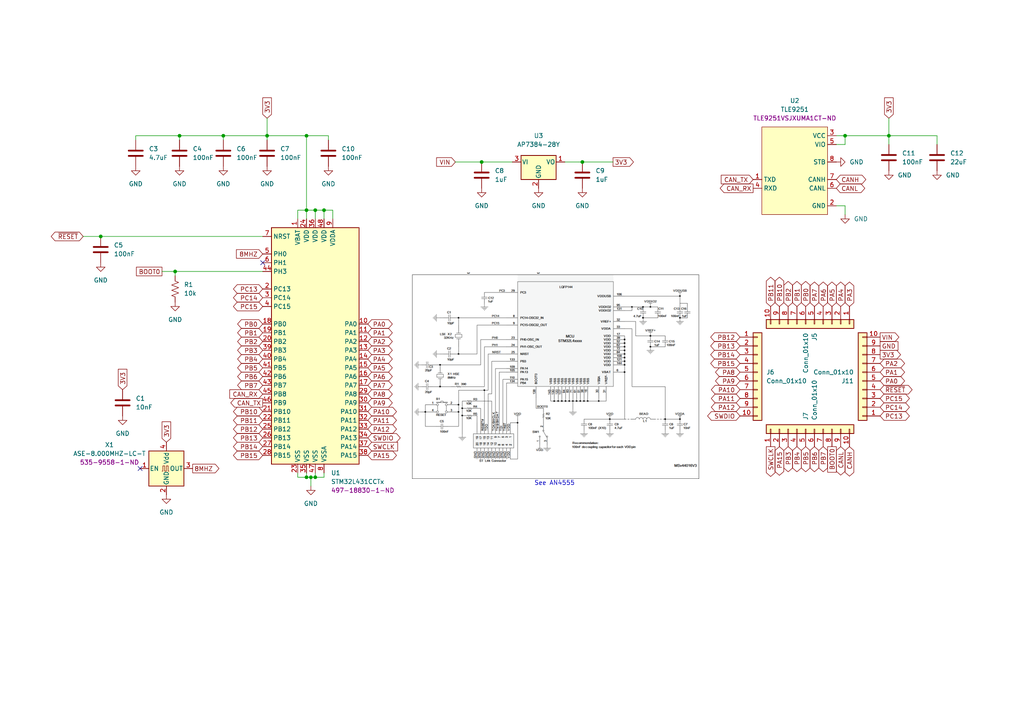
<source format=kicad_sch>
(kicad_sch (version 20211123) (generator eeschema)
  (paper "A4")
  (lib_symbols
    (symbol "Connector_Generic:Conn_01x10" (pin_names (offset 1.016) hide)
      (property "Reference" "J" (at 0 12.7 0))
      (property "Value" "Conn_01x10" (at 0 -15.24 0))
      (symbol "Conn_01x10_1_1"
        (rectangle (start -1.27 -12.573) (end 0 -12.827) (stroke (width 0.1524)))
        (rectangle (start -1.27 -10.033) (end 0 -10.287) (stroke (width 0.1524)))
        (rectangle (start -1.27 -7.493) (end 0 -7.747) (stroke (width 0.1524)))
        (rectangle (start -1.27 -4.953) (end 0 -5.207) (stroke (width 0.1524)))
        (rectangle (start -1.27 -2.413) (end 0 -2.667) (stroke (width 0.1524)))
        (rectangle (start -1.27 0.127) (end 0 -0.127) (stroke (width 0.1524)))
        (rectangle (start -1.27 2.667) (end 0 2.413) (stroke (width 0.1524)))
        (rectangle (start -1.27 5.207) (end 0 4.953) (stroke (width 0.1524)))
        (rectangle (start -1.27 7.747) (end 0 7.493) (stroke (width 0.1524)))
        (rectangle (start -1.27 10.287) (end 0 10.033) (stroke (width 0.1524)))
        (rectangle (start -1.27 11.43) (end 1.27 -13.97) (stroke (width 0.254)) (fill (type background)))
        (pin passive line (at -5.08 10.16 0) (length 3.81) (name "Pin_1") (number "1"))
        (pin passive line (at -5.08 -12.7 0) (length 3.81) (name "Pin_10") (number "10"))
        (pin passive line (at -5.08 7.62 0) (length 3.81) (name "Pin_2") (number "2"))
        (pin passive line (at -5.08 5.08 0) (length 3.81) (name "Pin_3") (number "3"))
        (pin passive line (at -5.08 2.54 0) (length 3.81) (name "Pin_4") (number "4"))
        (pin passive line (at -5.08 0 0) (length 3.81) (name "Pin_5") (number "5"))
        (pin passive line (at -5.08 -2.54 0) (length 3.81) (name "Pin_6") (number "6"))
        (pin passive line (at -5.08 -5.08 0) (length 3.81) (name "Pin_7") (number "7"))
        (pin passive line (at -5.08 -7.62 0) (length 3.81) (name "Pin_8") (number "8"))
        (pin passive line (at -5.08 -10.16 0) (length 3.81) (name "Pin_9") (number "9"))
      )
    )
    (symbol "Device:C" (pin_numbers hide) (pin_names (offset 0.254))
      (property "Reference" "C" (at 0.635 2.54 0))
      (property "Value" "C" (at 0.635 -2.54 0))
      (symbol "C_0_1"
        (polyline (pts (xy -2.032 -0.762) (xy 2.032 -0.762)) (stroke (width 0.508)))
        (polyline (pts (xy -2.032 0.762) (xy 2.032 0.762)) (stroke (width 0.508)))
      )
      (symbol "C_1_1"
        (pin passive line (at 0 3.81 270) (length 2.794) (name "~") (number "1"))
        (pin passive line (at 0 -3.81 90) (length 2.794) (name "~") (number "2"))
      )
    )
    (symbol "Device:R_US" (pin_numbers hide) (pin_names (offset 0))
      (property "Reference" "R" (at 2.54 0 90))
      (property "Value" "R_US" (at -2.54 0 90))
      (symbol "R_US_0_1"
        (polyline (pts (xy 0 -2.286) (xy 0 -2.54)))
        (polyline (pts (xy 0 2.286) (xy 0 2.54)))
        (polyline (pts (xy 0 -0.762) (xy 1.016 -1.143) (xy 0 -1.524) (xy -1.016 -1.905) (xy 0 -2.286)))
        (polyline (pts (xy 0 0.762) (xy 1.016 0.381) (xy 0 0) (xy -1.016 -0.381) (xy 0 -0.762)))
        (polyline (pts (xy 0 2.286) (xy 1.016 1.905) (xy 0 1.524) (xy -1.016 1.143) (xy 0 0.762)))
      )
      (symbol "R_US_1_1"
        (pin passive line (at 0 3.81 270) (length 1.27) (name "~") (number "1"))
        (pin passive line (at 0 -3.81 90) (length 1.27) (name "~") (number "2"))
      )
    )
    (symbol "MCU_ST_STM32L4:STM32L431CCTx"
      (property "Reference" "U" (at -12.7 34.29 0))
      (property "Value" "STM32L431CCTx" (at 7.62 34.29 0))
      (symbol "STM32L431CCTx_0_1"
        (rectangle (start -12.7 -35.56) (end 12.7 33.02) (stroke (width 0.254)) (fill (type background)))
      )
      (symbol "STM32L431CCTx_1_1"
        (pin power_in line (at -5.08 35.56 270) (length 2.54) (name "VBAT") (number "1"))
        (pin bidirectional line (at 15.24 5.08 180) (length 2.54) (name "PA0") (number "10"))
        (pin bidirectional line (at 15.24 2.54 180) (length 2.54) (name "PA1") (number "11"))
        (pin bidirectional line (at 15.24 0 180) (length 2.54) (name "PA2") (number "12"))
        (pin bidirectional line (at 15.24 -2.54 180) (length 2.54) (name "PA3") (number "13"))
        (pin bidirectional line (at 15.24 -5.08 180) (length 2.54) (name "PA4") (number "14"))
        (pin bidirectional line (at 15.24 -7.62 180) (length 2.54) (name "PA5") (number "15"))
        (pin bidirectional line (at 15.24 -10.16 180) (length 2.54) (name "PA6") (number "16"))
        (pin bidirectional line (at 15.24 -12.7 180) (length 2.54) (name "PA7") (number "17"))
        (pin bidirectional line (at -15.24 5.08 0) (length 2.54) (name "PB0") (number "18"))
        (pin bidirectional line (at -15.24 2.54 0) (length 2.54) (name "PB1") (number "19"))
        (pin bidirectional line (at -15.24 15.24 0) (length 2.54) (name "PC13") (number "2"))
        (pin bidirectional line (at -15.24 0 0) (length 2.54) (name "PB2") (number "20"))
        (pin bidirectional line (at -15.24 -20.32 0) (length 2.54) (name "PB10") (number "21"))
        (pin bidirectional line (at -15.24 -22.86 0) (length 2.54) (name "PB11") (number "22"))
        (pin power_in line (at -5.08 -38.1 90) (length 2.54) (name "VSS") (number "23"))
        (pin power_in line (at -2.54 35.56 270) (length 2.54) (name "VDD") (number "24"))
        (pin bidirectional line (at -15.24 -25.4 0) (length 2.54) (name "PB12") (number "25"))
        (pin bidirectional line (at -15.24 -27.94 0) (length 2.54) (name "PB13") (number "26"))
        (pin bidirectional line (at -15.24 -30.48 0) (length 2.54) (name "PB14") (number "27"))
        (pin bidirectional line (at -15.24 -33.02 0) (length 2.54) (name "PB15") (number "28"))
        (pin bidirectional line (at 15.24 -15.24 180) (length 2.54) (name "PA8") (number "29"))
        (pin bidirectional line (at -15.24 12.7 0) (length 2.54) (name "PC14") (number "3"))
        (pin bidirectional line (at 15.24 -17.78 180) (length 2.54) (name "PA9") (number "30"))
        (pin bidirectional line (at 15.24 -20.32 180) (length 2.54) (name "PA10") (number "31"))
        (pin bidirectional line (at 15.24 -22.86 180) (length 2.54) (name "PA11") (number "32"))
        (pin bidirectional line (at 15.24 -25.4 180) (length 2.54) (name "PA12") (number "33"))
        (pin bidirectional line (at 15.24 -27.94 180) (length 2.54) (name "PA13") (number "34"))
        (pin power_in line (at -2.54 -38.1 90) (length 2.54) (name "VSS") (number "35"))
        (pin power_in line (at 0 35.56 270) (length 2.54) (name "VDD") (number "36"))
        (pin bidirectional line (at 15.24 -30.48 180) (length 2.54) (name "PA14") (number "37"))
        (pin bidirectional line (at 15.24 -33.02 180) (length 2.54) (name "PA15") (number "38"))
        (pin bidirectional line (at -15.24 -2.54 0) (length 2.54) (name "PB3") (number "39"))
        (pin bidirectional line (at -15.24 10.16 0) (length 2.54) (name "PC15") (number "4"))
        (pin bidirectional line (at -15.24 -5.08 0) (length 2.54) (name "PB4") (number "40"))
        (pin bidirectional line (at -15.24 -7.62 0) (length 2.54) (name "PB5") (number "41"))
        (pin bidirectional line (at -15.24 -10.16 0) (length 2.54) (name "PB6") (number "42"))
        (pin bidirectional line (at -15.24 -12.7 0) (length 2.54) (name "PB7") (number "43"))
        (pin bidirectional line (at -15.24 20.32 0) (length 2.54) (name "PH3") (number "44"))
        (pin bidirectional line (at -15.24 -15.24 0) (length 2.54) (name "PB8") (number "45"))
        (pin bidirectional line (at -15.24 -17.78 0) (length 2.54) (name "PB9") (number "46"))
        (pin power_in line (at 0 -38.1 90) (length 2.54) (name "VSS") (number "47"))
        (pin power_in line (at 2.54 35.56 270) (length 2.54) (name "VDD") (number "48"))
        (pin input line (at -15.24 25.4 0) (length 2.54) (name "PH0") (number "5"))
        (pin input line (at -15.24 22.86 0) (length 2.54) (name "PH1") (number "6"))
        (pin input line (at -15.24 30.48 0) (length 2.54) (name "NRST") (number "7"))
        (pin power_in line (at 2.54 -38.1 90) (length 2.54) (name "VSSA") (number "8"))
        (pin power_in line (at 5.08 35.56 270) (length 2.54) (name "VDDA") (number "9"))
      )
    )
    (symbol "Oscillator:ASE-xxxMHz" (pin_names (offset 0.254))
      (property "Reference" "X" (at -5.08 6.35 0))
      (property "Value" "ASE-xxxMHz" (at 1.27 -6.35 0))
      (symbol "ASE-xxxMHz_0_1"
        (rectangle (start -5.08 5.08) (end 5.08 -5.08) (stroke (width 0.254)) (fill (type background)))
        (polyline (pts (xy -1.27 -0.762) (xy -1.016 -0.762) (xy -1.016 0.762) (xy -0.508 0.762) (xy -0.508 -0.762) (xy 0 -0.762) (xy 0 0.762) (xy 0.508 0.762) (xy 0.508 -0.762) (xy 0.762 -0.762)))
      )
      (symbol "ASE-xxxMHz_1_1"
        (pin input line (at -7.62 0 0) (length 2.54) (name "EN") (number "1"))
        (pin power_in line (at 0 -7.62 90) (length 2.54) (name "GND") (number "2"))
        (pin output line (at 7.62 0 180) (length 2.54) (name "OUT") (number "3"))
        (pin power_in line (at 0 7.62 270) (length 2.54) (name "Vdd") (number "4"))
      )
    )
    (symbol "Regulator_Linear:AP7384-28Y" (pin_names (offset 0.254))
      (property "Reference" "U" (at -3.81 3.175 0))
      (property "Value" "AP7384-28Y" (at 0 3.175 0))
      (symbol "AP7384-28Y_0_1"
        (rectangle (start -5.08 1.905) (end 5.08 -5.08) (stroke (width 0.254)) (fill (type background)))
      )
      (symbol "AP7384-28Y_1_1"
        (pin power_out line (at 7.62 0 180) (length 2.54) (name "VO") (number "1"))
        (pin power_in line (at 0 -7.62 90) (length 2.54) (name "GND") (number "2"))
        (pin power_in line (at -7.62 0 0) (length 2.54) (name "VI") (number "3"))
      )
    )
    (symbol "local:TLE9251"
      (property "Reference" "U" (at 0 13.97 0))
      (property "Value" "TLE9251" (at 0 -13.97 0))
      (symbol "TLE9251_0_1"
        (rectangle (start 8.89 12.7) (end -10.16 -12.7) (fill (type background)))
      )
      (symbol "TLE9251_1_1"
        (pin input line (at -12.7 -2.54 0) (length 2.54) (name "TXD") (number "1"))
        (pin passive line (at 11.43 -10.16 180) (length 2.54) (name "GND") (number "2"))
        (pin power_in line (at 11.43 10.16 180) (length 2.54) (name "VCC") (number "3"))
        (pin output line (at -12.7 -5.08 0) (length 2.54) (name "RXD") (number "4"))
        (pin power_in line (at 11.43 7.62 180) (length 2.54) (name "VIO") (number "5"))
        (pin bidirectional line (at 11.43 -5.08 180) (length 2.54) (name "CANL") (number "6"))
        (pin bidirectional line (at 11.43 -2.54 180) (length 2.54) (name "CANH") (number "7"))
        (pin input line (at 11.43 2.54 180) (length 2.54) (name "STB") (number "8"))
      )
    )
    (symbol "power:GND" (power) (pin_names (offset 0))
      (property "Value" "GND" (at 0 -3.81 0))
      (symbol "GND_0_1"
        (polyline (pts (xy 0 0) (xy 0 -1.27) (xy 1.27 -1.27) (xy 0 -2.54) (xy -1.27 -1.27) (xy 0 -1.27)))
      )
      (symbol "GND_1_1"
        (pin power_in line (at 0 0 270) (length 0) hide (name "GND") (number "1"))
      )
    )
  )
  (junction (at 257.81 39.37))
  (junction (at 88.9 138.43))
  (junction (at 93.98 60.96))
  (junction (at 88.9 60.96))
  (junction (at 90.17 138.43))
  (junction (at 50.8 78.74))
  (junction (at 64.77 39.37))
  (junction (at 91.44 60.96))
  (junction (at 245.11 39.37))
  (junction (at 139.7 46.99))
  (junction (at 52.07 39.37))
  (junction (at 168.91 46.99))
  (junction (at 77.47 39.37))
  (junction (at 29.21 68.58))
  (junction (at 88.9 39.37))
  (junction (at 91.44 138.43))
  (no_connect (at 40.64 135.89))
  (no_connect (at 76.2 76.2))
  (wire (pts (xy 271.78 41.91) (xy 271.78 39.37)))
  (wire (pts (xy 257.81 34.29) (xy 257.81 39.37)))
  (wire (pts (xy 132.08 46.99) (xy 139.7 46.99)))
  (wire (pts (xy 46.99 78.74) (xy 50.8 78.74)))
  (wire (pts (xy 93.98 63.5) (xy 93.98 60.96)))
  (wire (pts (xy 64.77 39.37) (xy 64.77 40.64)))
  (wire (pts (xy 88.9 137.16) (xy 88.9 138.43)))
  (wire (pts (xy 163.83 46.99) (xy 168.91 46.99)))
  (wire (pts (xy 91.44 60.96) (xy 91.44 63.5)))
  (wire (pts (xy 139.7 46.99) (xy 148.59 46.99)))
  (wire (pts (xy 90.17 138.43) (xy 90.17 140.97)))
  (wire (pts (xy 245.11 39.37) (xy 257.81 39.37)))
  (wire (pts (xy 242.57 41.91) (xy 245.11 41.91)))
  (wire (pts (xy 90.17 138.43) (xy 88.9 138.43)))
  (wire (pts (xy 91.44 60.96) (xy 88.9 60.96)))
  (wire (pts (xy 95.25 40.64) (xy 95.25 39.37)))
  (wire (pts (xy 77.47 39.37) (xy 88.9 39.37)))
  (wire (pts (xy 245.11 41.91) (xy 245.11 39.37)))
  (wire (pts (xy 88.9 39.37) (xy 88.9 60.96)))
  (wire (pts (xy 77.47 39.37) (xy 64.77 39.37)))
  (wire (pts (xy 52.07 39.37) (xy 52.07 40.64)))
  (wire (pts (xy 168.91 46.99) (xy 177.8 46.99)))
  (wire (pts (xy 29.21 68.58) (xy 76.2 68.58)))
  (wire (pts (xy 245.11 59.69) (xy 245.11 62.23)))
  (wire (pts (xy 271.78 39.37) (xy 257.81 39.37)))
  (wire (pts (xy 77.47 34.29) (xy 77.47 39.37)))
  (wire (pts (xy 91.44 137.16) (xy 91.44 138.43)))
  (wire (pts (xy 39.37 39.37) (xy 39.37 40.64)))
  (wire (pts (xy 86.36 60.96) (xy 86.36 63.5)))
  (wire (pts (xy 50.8 78.74) (xy 76.2 78.74)))
  (wire (pts (xy 88.9 60.96) (xy 88.9 63.5)))
  (wire (pts (xy 52.07 39.37) (xy 39.37 39.37)))
  (wire (pts (xy 93.98 137.16) (xy 93.98 138.43)))
  (wire (pts (xy 24.13 68.58) (xy 29.21 68.58)))
  (wire (pts (xy 96.52 60.96) (xy 93.98 60.96)))
  (wire (pts (xy 50.8 78.74) (xy 50.8 80.01)))
  (wire (pts (xy 93.98 138.43) (xy 91.44 138.43)))
  (wire (pts (xy 86.36 138.43) (xy 86.36 137.16)))
  (wire (pts (xy 88.9 138.43) (xy 86.36 138.43)))
  (wire (pts (xy 242.57 59.69) (xy 245.11 59.69)))
  (wire (pts (xy 245.11 39.37) (xy 242.57 39.37)))
  (wire (pts (xy 88.9 60.96) (xy 86.36 60.96)))
  (wire (pts (xy 64.77 39.37) (xy 52.07 39.37)))
  (wire (pts (xy 93.98 60.96) (xy 91.44 60.96)))
  (wire (pts (xy 257.81 41.91) (xy 257.81 39.37)))
  (wire (pts (xy 77.47 39.37) (xy 77.47 40.64)))
  (wire (pts (xy 91.44 138.43) (xy 90.17 138.43)))
  (wire (pts (xy 88.9 39.37) (xy 95.25 39.37)))
  (wire (pts (xy 96.52 63.5) (xy 96.52 60.96)))
  (image (at 161.29 109.22))
  (text "See AN4555" (at 154.94 140.97 0) (effects (font (size 1.27 1.27)) (justify left bottom)))
  (global_label "PC13" (shape bidirectional) (at 76.2 83.82 180) (property "Intersheet References" "${INTERSHEET_REFS}" (effects hide)))
  (global_label "PA6" (shape bidirectional) (at 106.68 109.22 0) (property "Intersheet References" "${INTERSHEET_REFS}" (effects hide)))
  (global_label "PC13" (shape bidirectional) (at 255.27 120.65 0) (property "Intersheet References" "${INTERSHEET_REFS}" (effects hide)))
  (global_label "PA9" (shape bidirectional) (at 214.63 110.49 180) (property "Intersheet References" "${INTERSHEET_REFS}" (effects hide)))
  (global_label "PA9" (shape bidirectional) (at 106.68 116.84 0) (property "Intersheet References" "${INTERSHEET_REFS}" (effects hide)))
  (global_label "PB6" (shape bidirectional) (at 236.22 129.54 270) (property "Intersheet References" "${INTERSHEET_REFS}" (effects hide)))
  (global_label "PC15" (shape bidirectional) (at 76.2 88.9 180) (property "Intersheet References" "${INTERSHEET_REFS}" (effects hide)))
  (global_label "PA5" (shape bidirectional) (at 106.68 106.68 0) (property "Intersheet References" "${INTERSHEET_REFS}" (effects hide)))
  (global_label "PA2" (shape bidirectional) (at 255.27 105.41 0) (property "Intersheet References" "${INTERSHEET_REFS}" (effects hide)))
  (global_label "PC15" (shape bidirectional) (at 255.27 115.57 0) (property "Intersheet References" "${INTERSHEET_REFS}" (effects hide)))
  (global_label "PA4" (shape bidirectional) (at 243.84 88.9 90) (property "Intersheet References" "${INTERSHEET_REFS}" (effects hide)))
  (global_label "PB2" (shape bidirectional) (at 228.6 88.9 90) (property "Intersheet References" "${INTERSHEET_REFS}" (effects hide)))
  (global_label "PA10" (shape bidirectional) (at 106.68 119.38 0) (property "Intersheet References" "${INTERSHEET_REFS}" (effects hide)))
  (global_label "3V3" (shape output) (at 177.8 46.99 0) (property "Intersheet References" "${INTERSHEET_REFS}" (effects hide)))
  (global_label "PA2" (shape bidirectional) (at 106.68 99.06 0) (property "Intersheet References" "${INTERSHEET_REFS}" (effects hide)))
  (global_label "PA7" (shape bidirectional) (at 106.68 111.76 0) (property "Intersheet References" "${INTERSHEET_REFS}" (effects hide)))
  (global_label "SWCLK" (shape input) (at 106.68 129.54 0) (property "Intersheet References" "${INTERSHEET_REFS}" (effects hide)))
  (global_label "PB15" (shape bidirectional) (at 214.63 105.41 180) (property "Intersheet References" "${INTERSHEET_REFS}" (effects hide)))
  (global_label "SWDIO" (shape bidirectional) (at 214.63 120.65 180) (property "Intersheet References" "${INTERSHEET_REFS}" (effects hide)))
  (global_label "PA4" (shape bidirectional) (at 106.68 104.14 0) (property "Intersheet References" "${INTERSHEET_REFS}" (effects hide)))
  (global_label "PB4" (shape bidirectional) (at 231.14 129.54 270) (property "Intersheet References" "${INTERSHEET_REFS}" (effects hide)))
  (global_label "PB15" (shape bidirectional) (at 76.2 132.08 180) (property "Intersheet References" "${INTERSHEET_REFS}" (effects hide)))
  (global_label "BOOT0" (shape passive) (at 241.3 129.54 270) (property "Intersheet References" "${INTERSHEET_REFS}" (effects hide)))
  (global_label "3V3" (shape input) (at 257.81 34.29 90) (property "Intersheet References" "${INTERSHEET_REFS}" (effects hide)))
  (global_label "PB1" (shape bidirectional) (at 231.14 88.9 90) (property "Intersheet References" "${INTERSHEET_REFS}" (effects hide)))
  (global_label "PB14" (shape bidirectional) (at 76.2 129.54 180) (property "Intersheet References" "${INTERSHEET_REFS}" (effects hide)))
  (global_label "PA3" (shape bidirectional) (at 246.38 88.9 90) (property "Intersheet References" "${INTERSHEET_REFS}" (effects hide)))
  (global_label "PB5" (shape bidirectional) (at 233.68 129.54 270) (property "Intersheet References" "${INTERSHEET_REFS}" (effects hide)))
  (global_label "PB13" (shape bidirectional) (at 214.63 100.33 180) (property "Intersheet References" "${INTERSHEET_REFS}" (effects hide)))
  (global_label "VIN" (shape input) (at 132.08 46.99 180) (property "Intersheet References" "${INTERSHEET_REFS}" (effects hide)))
  (global_label "PA12" (shape bidirectional) (at 106.68 124.46 0) (property "Intersheet References" "${INTERSHEET_REFS}" (effects hide)))
  (global_label "PB12" (shape bidirectional) (at 214.63 97.79 180) (property "Intersheet References" "${INTERSHEET_REFS}" (effects hide)))
  (global_label "PB7" (shape bidirectional) (at 76.2 111.76 180) (property "Intersheet References" "${INTERSHEET_REFS}" (effects hide)))
  (global_label "3V3" (shape output) (at 255.27 102.87 0) (property "Intersheet References" "${INTERSHEET_REFS}" (effects hide)))
  (global_label "CANH" (shape tri_state) (at 246.38 129.54 270) (property "Intersheet References" "${INTERSHEET_REFS}" (effects hide)))
  (global_label "PA11" (shape bidirectional) (at 214.63 115.57 180) (property "Intersheet References" "${INTERSHEET_REFS}" (effects hide)))
  (global_label "PA11" (shape bidirectional) (at 106.68 121.92 0) (property "Intersheet References" "${INTERSHEET_REFS}" (effects hide)))
  (global_label "PA0" (shape bidirectional) (at 255.27 110.49 0) (property "Intersheet References" "${INTERSHEET_REFS}" (effects hide)))
  (global_label "GND" (shape passive) (at 255.27 100.33 0) (property "Intersheet References" "${INTERSHEET_REFS}" (effects hide)))
  (global_label "PB6" (shape bidirectional) (at 76.2 109.22 180) (property "Intersheet References" "${INTERSHEET_REFS}" (effects hide)))
  (global_label "PA8" (shape bidirectional) (at 106.68 114.3 0) (property "Intersheet References" "${INTERSHEET_REFS}" (effects hide)))
  (global_label "~{RESET}" (shape tri_state) (at 24.13 68.58 180) (property "Intersheet References" "${INTERSHEET_REFS}" (effects hide)))
  (global_label "3V3" (shape input) (at 35.56 113.03 90) (property "Intersheet References" "${INTERSHEET_REFS}" (effects hide)))
  (global_label "3V3" (shape input) (at 77.47 34.29 90) (property "Intersheet References" "${INTERSHEET_REFS}" (effects hide)))
  (global_label "PB1" (shape bidirectional) (at 76.2 96.52 180) (property "Intersheet References" "${INTERSHEET_REFS}" (effects hide)))
  (global_label "PB0" (shape bidirectional) (at 76.2 93.98 180) (property "Intersheet References" "${INTERSHEET_REFS}" (effects hide)))
  (global_label "PC14" (shape bidirectional) (at 76.2 86.36 180) (property "Intersheet References" "${INTERSHEET_REFS}" (effects hide)))
  (global_label "PB11" (shape bidirectional) (at 76.2 121.92 180) (property "Intersheet References" "${INTERSHEET_REFS}" (effects hide)))
  (global_label "PC14" (shape bidirectional) (at 255.27 118.11 0) (property "Intersheet References" "${INTERSHEET_REFS}" (effects hide)))
  (global_label "CAN_RX" (shape input) (at 76.2 114.3 180) (property "Intersheet References" "${INTERSHEET_REFS}" (effects hide)))
  (global_label "PB14" (shape bidirectional) (at 214.63 102.87 180) (property "Intersheet References" "${INTERSHEET_REFS}" (effects hide)))
  (global_label "PB7" (shape bidirectional) (at 238.76 129.54 270) (property "Intersheet References" "${INTERSHEET_REFS}" (effects hide)))
  (global_label "SWCLK" (shape output) (at 223.52 129.54 270) (property "Intersheet References" "${INTERSHEET_REFS}" (effects hide)))
  (global_label "SWDIO" (shape bidirectional) (at 106.68 127 0) (property "Intersheet References" "${INTERSHEET_REFS}" (effects hide)))
  (global_label "8MHZ" (shape output) (at 55.88 135.89 0) (property "Intersheet References" "${INTERSHEET_REFS}" (effects hide)))
  (global_label "PB13" (shape bidirectional) (at 76.2 127 180) (property "Intersheet References" "${INTERSHEET_REFS}" (effects hide)))
  (global_label "CAN_TX" (shape output) (at 76.2 116.84 180) (property "Intersheet References" "${INTERSHEET_REFS}" (effects hide)))
  (global_label "PB3" (shape bidirectional) (at 228.6 129.54 270) (property "Intersheet References" "${INTERSHEET_REFS}" (effects hide)))
  (global_label "CANH" (shape tri_state) (at 242.57 52.07 0) (property "Intersheet References" "${INTERSHEET_REFS}" (effects hide)))
  (global_label "PB3" (shape bidirectional) (at 76.2 101.6 180) (property "Intersheet References" "${INTERSHEET_REFS}" (effects hide)))
  (global_label "PA1" (shape bidirectional) (at 255.27 107.95 0) (property "Intersheet References" "${INTERSHEET_REFS}" (effects hide)))
  (global_label "CAN_RX" (shape output) (at 218.44 54.61 180) (property "Intersheet References" "${INTERSHEET_REFS}" (effects hide)))
  (global_label "CANL" (shape tri_state) (at 242.57 54.61 0) (property "Intersheet References" "${INTERSHEET_REFS}" (effects hide)))
  (global_label "PB5" (shape bidirectional) (at 76.2 106.68 180) (property "Intersheet References" "${INTERSHEET_REFS}" (effects hide)))
  (global_label "3V3" (shape input) (at 48.26 128.27 90) (property "Intersheet References" "${INTERSHEET_REFS}" (effects hide)))
  (global_label "PB2" (shape bidirectional) (at 76.2 99.06 180) (property "Intersheet References" "${INTERSHEET_REFS}" (effects hide)))
  (global_label "PA0" (shape bidirectional) (at 106.68 93.98 0) (property "Intersheet References" "${INTERSHEET_REFS}" (effects hide)))
  (global_label "PA6" (shape bidirectional) (at 238.76 88.9 90) (property "Intersheet References" "${INTERSHEET_REFS}" (effects hide)))
  (global_label "PB4" (shape bidirectional) (at 76.2 104.14 180) (property "Intersheet References" "${INTERSHEET_REFS}" (effects hide)))
  (global_label "8MHZ" (shape input) (at 76.2 73.66 180) (property "Intersheet References" "${INTERSHEET_REFS}" (effects hide)))
  (global_label "PB10" (shape bidirectional) (at 226.06 88.9 90) (property "Intersheet References" "${INTERSHEET_REFS}" (effects hide)))
  (global_label "PA5" (shape bidirectional) (at 241.3 88.9 90) (property "Intersheet References" "${INTERSHEET_REFS}" (effects hide)))
  (global_label "PA3" (shape bidirectional) (at 106.68 101.6 0) (property "Intersheet References" "${INTERSHEET_REFS}" (effects hide)))
  (global_label "PB10" (shape bidirectional) (at 76.2 119.38 180) (property "Intersheet References" "${INTERSHEET_REFS}" (effects hide)))
  (global_label "PA8" (shape bidirectional) (at 214.63 107.95 180) (property "Intersheet References" "${INTERSHEET_REFS}" (effects hide)))
  (global_label "VIN" (shape output) (at 255.27 97.79 0) (property "Intersheet References" "${INTERSHEET_REFS}" (effects hide)))
  (global_label "PA15" (shape bidirectional) (at 106.68 132.08 0) (property "Intersheet References" "${INTERSHEET_REFS}" (effects hide)))
  (global_label "PA10" (shape bidirectional) (at 214.63 113.03 180) (property "Intersheet References" "${INTERSHEET_REFS}" (effects hide)))
  (global_label "PA7" (shape bidirectional) (at 236.22 88.9 90) (property "Intersheet References" "${INTERSHEET_REFS}" (effects hide)))
  (global_label "PB0" (shape bidirectional) (at 233.68 88.9 90) (property "Intersheet References" "${INTERSHEET_REFS}" (effects hide)))
  (global_label "~{RESET}" (shape tri_state) (at 255.27 113.03 0) (property "Intersheet References" "${INTERSHEET_REFS}" (effects hide)))
  (global_label "PB11" (shape bidirectional) (at 223.52 88.9 90) (property "Intersheet References" "${INTERSHEET_REFS}" (effects hide)))
  (global_label "BOOT0" (shape passive) (at 46.99 78.74 180) (property "Intersheet References" "${INTERSHEET_REFS}" (effects hide)))
  (global_label "CAN_TX" (shape input) (at 218.44 52.07 180) (property "Intersheet References" "${INTERSHEET_REFS}" (effects hide)))
  (global_label "PB12" (shape bidirectional) (at 76.2 124.46 180) (property "Intersheet References" "${INTERSHEET_REFS}" (effects hide)))
  (global_label "CANL" (shape tri_state) (at 243.84 129.54 270) (property "Intersheet References" "${INTERSHEET_REFS}" (effects hide)))
  (global_label "PA1" (shape bidirectional) (at 106.68 96.52 0) (property "Intersheet References" "${INTERSHEET_REFS}" (effects hide)))
  (global_label "PA12" (shape bidirectional) (at 214.63 118.11 180) (property "Intersheet References" "${INTERSHEET_REFS}" (effects hide)))
  (global_label "PA15" (shape bidirectional) (at 226.06 129.54 270) (property "Intersheet References" "${INTERSHEET_REFS}" (effects hide)))
  (symbol (lib_id "power:GND") (at 168.91 54.61 0) (unit 1)
    (property "Reference" "#PWR0101" (effects hide))
    (property "Value" "GND" (at 168.91 59.69 0))
  )
  (symbol (lib_id "Connector_Generic:Conn_01x10") (at 250.19 110.49 180) (unit 1)
    (property "Reference" "J11" (at 247.65 110.4901 0) (effects (justify left)))
    (property "Value" "Conn_01x10" (at 247.65 107.9501 0) (effects (justify left)))
    (property "Footprint" "Connector_PinHeader_2.54mm:PinHeader_1x10_P2.54mm_Vertical" (effects hide))
  )
  (symbol (lib_id "power:GND") (at 77.47 48.26 0) (unit 1)
    (property "Reference" "#PWR010" (effects hide))
    (property "Value" "GND" (at 77.47 53.34 0))
  )
  (symbol (lib_id "power:GND") (at 39.37 48.26 0) (unit 1)
    (property "Reference" "#PWR03" (effects hide))
    (property "Value" "GND" (at 39.37 53.34 0))
  )
  (symbol (lib_id "MCU_ST_STM32L4:STM32L431CCTx") (at 91.44 99.06 0) (unit 1)
    (property "Reference" "U1" (at 95.9994 137.16 0) (effects (justify left)))
    (property "Value" "STM32L431CCTx" (at 95.9994 139.7 0) (effects (justify left)))
    (property "Footprint" "Package_QFP:LQFP-48_7x7mm_P0.5mm" (effects hide))
    (property "Datasheet" "https://www.st.com/content/ccc/resource/technical/document/datasheet/group3/83/b3/60/f6/b1/cc/47/7e/DM00257211/files/DM00257211.pdf/jcr:content/translations/en.DM00257211.pdf" (effects hide))
    (property "DigiKey" "497-18830-1-ND" (at 95.9994 142.24 0) (effects (justify left)))
  )
  (symbol (lib_id "local:TLE9251") (at 231.14 49.53 0) (unit 1)
    (property "Reference" "U2" (at 230.505 29.21 0))
    (property "Value" "TLE9251" (at 230.505 31.75 0))
    (property "Footprint" "Package_SO:SOIC-8_3.9x4.9mm_P1.27mm" (effects hide))
    (property "Datasheet" "https://www.infineon.com/dgdl/Infineon-TLE9251V-DS-v01_00-EN.pdf?fileId=5546d4625debb399015e14b8c287597b" (effects hide))
    (property "DigiKey" "TLE9251VSJXUMA1CT-ND" (at 230.505 34.29 0))
  )
  (symbol (lib_id "power:GND") (at 95.25 48.26 0) (unit 1)
    (property "Reference" "#PWR015" (effects hide))
    (property "Value" "GND" (at 95.25 53.34 0))
  )
  (symbol (lib_id "Device:C") (at 139.7 50.8 0) (unit 1)
    (property "Reference" "C8" (at 143.51 49.5299 0) (effects (justify left)))
    (property "Value" "1uF" (at 143.51 52.0699 0) (effects (justify left)))
    (property "Footprint" "Capacitor_SMD:C_0805_2012Metric_Pad1.18x1.45mm_HandSolder" (effects hide))
  )
  (symbol (lib_id "Device:C") (at 35.56 116.84 0) (unit 1)
    (property "Reference" "C1" (at 39.37 115.5699 0) (effects (justify left)))
    (property "Value" "10nF" (at 39.37 118.1099 0) (effects (justify left)))
    (property "Footprint" "Capacitor_SMD:C_0603_1608Metric_Pad1.08x0.95mm_HandSolder" (effects hide))
  )
  (symbol (lib_id "power:GND") (at 156.21 54.61 0) (unit 1)
    (property "Reference" "#PWR0113" (effects hide))
    (property "Value" "GND" (at 156.21 59.69 0))
  )
  (symbol (lib_id "power:GND") (at 139.7 54.61 0) (unit 1)
    (property "Reference" "#PWR0115" (effects hide))
    (property "Value" "GND" (at 139.7 59.69 0))
  )
  (symbol (lib_id "Device:C") (at 77.47 44.45 0) (unit 1)
    (property "Reference" "C7" (at 81.28 43.1799 0) (effects (justify left)))
    (property "Value" "100nF" (at 81.28 45.7199 0) (effects (justify left)))
    (property "Footprint" "Capacitor_SMD:C_0603_1608Metric_Pad1.08x0.95mm_HandSolder" (effects hide))
  )
  (symbol (lib_id "power:GND") (at 271.78 49.53 0) (unit 1)
    (property "Reference" "#PWR026" (effects hide))
    (property "Value" "GND" (at 274.32 50.7999 0) (effects (justify left)))
  )
  (symbol (lib_id "power:GND") (at 64.77 48.26 0) (unit 1)
    (property "Reference" "#PWR08" (effects hide))
    (property "Value" "GND" (at 64.77 53.34 0))
  )
  (symbol (lib_id "power:GND") (at 257.81 49.53 0) (unit 1)
    (property "Reference" "#PWR025" (effects hide))
    (property "Value" "GND" (at 260.35 50.7999 0) (effects (justify left)))
  )
  (symbol (lib_id "Device:C") (at 64.77 44.45 0) (unit 1)
    (property "Reference" "C6" (at 68.58 43.1799 0) (effects (justify left)))
    (property "Value" "100nF" (at 68.58 45.7199 0) (effects (justify left)))
    (property "Footprint" "Capacitor_SMD:C_0603_1608Metric_Pad1.08x0.95mm_HandSolder" (effects hide))
  )
  (symbol (lib_id "Device:C") (at 39.37 44.45 0) (unit 1)
    (property "Reference" "C3" (at 43.18 43.1799 0) (effects (justify left)))
    (property "Value" "4.7uF" (at 43.18 45.7199 0) (effects (justify left)))
    (property "Footprint" "Capacitor_SMD:C_0805_2012Metric_Pad1.18x1.45mm_HandSolder" (effects hide))
  )
  (symbol (lib_id "Oscillator:ASE-xxxMHz") (at 48.26 135.89 0) (unit 1)
    (property "Reference" "X1" (at 31.75 129.0193 0))
    (property "Value" "ASE-8.000MHZ-LC-T" (at 31.75 131.5593 0))
    (property "Footprint" "Oscillator:Oscillator_SMD_Abracon_ASE-4Pin_3.2x2.5mm_HandSoldering" (effects hide))
    (property "Datasheet" "https://abracon.com/Oscillators/ASEseries.pdf" (effects hide))
    (property "DigiKey" "535-9558-1-ND" (at 31.75 134.0993 0))
  )
  (symbol (lib_id "Regulator_Linear:AP7384-28Y") (at 156.21 46.99 0) (unit 1)
    (property "Reference" "U3" (at 156.21 39.37 0))
    (property "Value" "AP7384-28Y" (at 156.21 41.91 0))
    (property "Footprint" "Package_TO_SOT_SMD:SOT-89-3" (effects hide))
    (property "Datasheet" "https://www.diodes.com/assets/Datasheets/AP7384.pdf" (effects hide))
  )
  (symbol (lib_id "power:GND") (at 29.21 76.2 0) (unit 1)
    (property "Reference" "#PWR05" (effects hide))
    (property "Value" "GND" (at 29.21 81.28 0))
  )
  (symbol (lib_id "Device:C") (at 95.25 44.45 0) (unit 1)
    (property "Reference" "C10" (at 99.06 43.1799 0) (effects (justify left)))
    (property "Value" "100nF" (at 99.06 45.7199 0) (effects (justify left)))
    (property "Footprint" "Capacitor_SMD:C_0603_1608Metric_Pad1.08x0.95mm_HandSolder" (effects hide))
  )
  (symbol (lib_id "power:GND") (at 48.26 143.51 0) (unit 1)
    (property "Reference" "#PWR0121" (effects hide))
    (property "Value" "GND" (at 48.26 148.59 0))
  )
  (symbol (lib_id "Connector_Generic:Conn_01x10") (at 236.22 93.98 270) (unit 1)
    (property "Reference" "J5" (at 236.2201 96.52 0) (effects (justify left)))
    (property "Value" "Conn_01x10" (at 233.6801 96.52 0) (effects (justify left)))
    (property "Footprint" "Connector_PinHeader_2.54mm:PinHeader_1x10_P2.54mm_Vertical" (effects hide))
  )
  (symbol (lib_id "power:GND") (at 52.07 48.26 0) (unit 1)
    (property "Reference" "#PWR04" (effects hide))
    (property "Value" "GND" (at 52.07 53.34 0))
  )
  (symbol (lib_id "Device:C") (at 29.21 72.39 0) (unit 1)
    (property "Reference" "C5" (at 33.02 71.1199 0) (effects (justify left)))
    (property "Value" "100nF" (at 33.02 73.6599 0) (effects (justify left)))
    (property "Footprint" "Capacitor_SMD:C_0603_1608Metric_Pad1.08x0.95mm_HandSolder" (effects hide))
  )
  (symbol (lib_id "power:GND") (at 90.17 140.97 0) (unit 1)
    (property "Reference" "#PWR011" (effects hide))
    (property "Value" "GND" (at 90.17 146.05 0))
  )
  (symbol (lib_id "power:GND") (at 242.57 46.99 90) (unit 1)
    (property "Reference" "#PWR018" (effects hide))
    (property "Value" "GND" (at 246.38 46.9899 90) (effects (justify right)))
  )
  (symbol (lib_id "Device:C") (at 257.81 45.72 0) (unit 1)
    (property "Reference" "C11" (at 261.62 44.4499 0) (effects (justify left)))
    (property "Value" "100nF" (at 261.62 46.9899 0) (effects (justify left)))
    (property "Footprint" "Capacitor_SMD:C_0603_1608Metric_Pad1.08x0.95mm_HandSolder" (effects hide))
  )
  (symbol (lib_id "power:GND") (at 50.8 87.63 0) (unit 1)
    (property "Reference" "#PWR06" (effects hide))
    (property "Value" "GND" (at 50.8 92.71 0))
  )
  (symbol (lib_id "Device:C") (at 52.07 44.45 0) (unit 1)
    (property "Reference" "C4" (at 55.88 43.1799 0) (effects (justify left)))
    (property "Value" "100nF" (at 55.88 45.7199 0) (effects (justify left)))
    (property "Footprint" "Capacitor_SMD:C_0603_1608Metric_Pad1.08x0.95mm_HandSolder" (effects hide))
  )
  (symbol (lib_id "Device:R_US") (at 50.8 83.82 180) (unit 1)
    (property "Reference" "R1" (at 53.34 82.5499 0) (effects (justify right)))
    (property "Value" "10k" (at 53.34 85.0899 0) (effects (justify right)))
    (property "Footprint" "Resistor_SMD:R_0603_1608Metric_Pad0.98x0.95mm_HandSolder" (effects hide))
  )
  (symbol (lib_id "power:GND") (at 35.56 120.65 0) (unit 1)
    (property "Reference" "#PWR0118" (effects hide))
    (property "Value" "GND" (at 35.56 125.73 0))
  )
  (symbol (lib_id "Connector_Generic:Conn_01x10") (at 219.71 107.95 0) (unit 1)
    (property "Reference" "J6" (at 222.25 107.9499 0) (effects (justify left)))
    (property "Value" "Conn_01x10" (at 222.25 110.4899 0) (effects (justify left)))
    (property "Footprint" "Connector_PinHeader_2.54mm:PinHeader_1x10_P2.54mm_Vertical" (effects hide))
  )
  (symbol (lib_id "Device:C") (at 168.91 50.8 0) (unit 1)
    (property "Reference" "C9" (at 172.72 49.5299 0) (effects (justify left)))
    (property "Value" "1uF" (at 172.72 52.0699 0) (effects (justify left)))
    (property "Footprint" "Capacitor_SMD:C_0805_2012Metric_Pad1.18x1.45mm_HandSolder" (effects hide))
  )
  (symbol (lib_id "Device:C") (at 271.78 45.72 0) (unit 1)
    (property "Reference" "C12" (at 275.59 44.4499 0) (effects (justify left)))
    (property "Value" "22uF" (at 275.59 46.9899 0) (effects (justify left)))
    (property "Footprint" "Capacitor_SMD:C_0805_2012Metric_Pad1.18x1.45mm_HandSolder" (effects hide))
  )
  (symbol (lib_id "power:GND") (at 245.11 62.23 0) (unit 1)
    (property "Reference" "#PWR019" (effects hide))
    (property "Value" "GND" (at 247.65 63.4999 0) (effects (justify left)))
  )
  (symbol (lib_id "Connector_Generic:Conn_01x10") (at 233.68 124.46 90) (unit 1)
    (property "Reference" "J7" (at 233.6799 121.92 0) (effects (justify left)))
    (property "Value" "Conn_01x10" (at 236.2199 121.92 0) (effects (justify left)))
    (property "Footprint" "Connector_PinHeader_2.54mm:PinHeader_1x10_P2.54mm_Vertical" (effects hide))
  )
)
</source>
